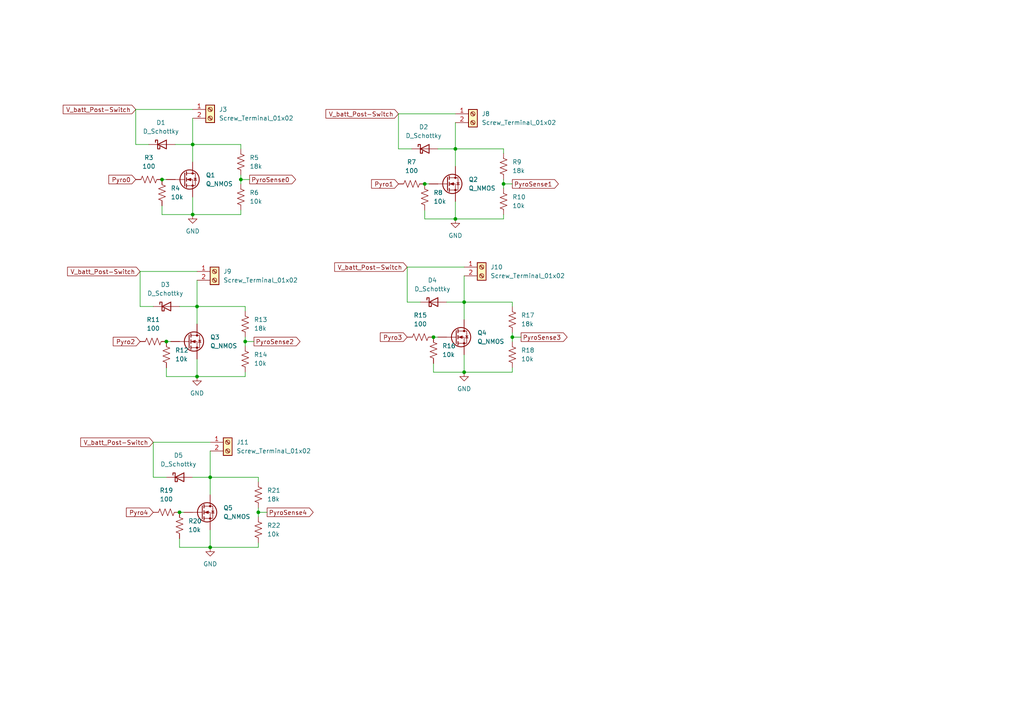
<source format=kicad_sch>
(kicad_sch (version 20250114) (generator "eeschema") (generator_version "9.0")
  (paper "A4")
  (lib_symbols
    (symbol "Connector:Screw_Terminal_01x02" (pin_names (offset 1.016) (hide yes))
      (property "Reference" "J" (at 0 2.54 0))
      (property "Value" "Screw_Terminal_01x02" (at 0 -5.08 0))
      (symbol "Screw_Terminal_01x02_1_1"
        (rectangle (start -1.27 1.27) (end 1.27 -3.81) (stroke (width 0.254)) (fill (type background)))
        (polyline (pts (xy -0.5334 0.3302) (xy 0.3302 -0.508)) (stroke (width 0.1524)))
        (polyline (pts (xy -0.5334 -2.2098) (xy 0.3302 -3.048)) (stroke (width 0.1524)))
        (polyline (pts (xy -0.3556 0.508) (xy 0.508 -0.3302)) (stroke (width 0.1524)))
        (polyline (pts (xy -0.3556 -2.032) (xy 0.508 -2.8702)) (stroke (width 0.1524)))
        (circle (center 0 0) (radius 0.635) (stroke (width 0.1524)))
        (circle (center 0 -2.54) (radius 0.635) (stroke (width 0.1524)))
        (pin passive line (at -5.08 0 0) (length 3.81) (name "Pin_1") (number "1"))
        (pin passive line (at -5.08 -2.54 0) (length 3.81) (name "Pin_2") (number "2"))
      )
    )
    (symbol "Device:D_Schottky" (pin_numbers (hide yes)) (pin_names (offset 1.016) (hide yes))
      (property "Reference" "D" (at 0 2.54 0))
      (property "Value" "D_Schottky" (at 0 -2.54 0))
      (symbol "D_Schottky_0_1"
        (polyline (pts (xy -1.905 0.635) (xy -1.905 1.27) (xy -1.27 1.27) (xy -1.27 -1.27) (xy -0.635 -1.27) (xy -0.635 -0.635)) (stroke (width 0.254)))
        (polyline (pts (xy 1.27 1.27) (xy 1.27 -1.27) (xy -1.27 0) (xy 1.27 1.27)) (stroke (width 0.254)))
        (polyline (pts (xy 1.27 0) (xy -1.27 0)))
      )
      (symbol "D_Schottky_1_1"
        (pin passive line (at -3.81 0 0) (length 2.54) (name "K") (number "1"))
        (pin passive line (at 3.81 0 180) (length 2.54) (name "A") (number "2"))
      )
    )
    (symbol "Device:Q_NMOS" (pin_numbers (hide yes)) (pin_names (offset 0) (hide yes))
      (property "Reference" "Q" (at 5.08 1.27 0))
      (property "Value" "Q_NMOS" (at 5.08 -1.27 0))
      (symbol "Q_NMOS_0_1"
        (polyline (pts (xy 0.254 1.905) (xy 0.254 -1.905)) (stroke (width 0.254)))
        (polyline (pts (xy 0.254 0) (xy -2.54 0)))
        (polyline (pts (xy 0.762 2.286) (xy 0.762 1.27)) (stroke (width 0.254)))
        (polyline (pts (xy 0.762 0.508) (xy 0.762 -0.508)) (stroke (width 0.254)))
        (polyline (pts (xy 0.762 -1.27) (xy 0.762 -2.286)) (stroke (width 0.254)))
        (polyline (pts (xy 0.762 -1.778) (xy 3.302 -1.778) (xy 3.302 1.778) (xy 0.762 1.778)))
        (polyline (pts (xy 1.016 0) (xy 2.032 0.381) (xy 2.032 -0.381) (xy 1.016 0)) (fill (type outline)))
        (circle (center 1.651 0) (radius 2.794) (stroke (width 0.254)))
        (polyline (pts (xy 2.54 2.54) (xy 2.54 1.778)))
        (circle (center 2.54 1.778) (radius 0.254) (fill (type outline)))
        (circle (center 2.54 -1.778) (radius 0.254) (fill (type outline)))
        (polyline (pts (xy 2.54 -2.54) (xy 2.54 0) (xy 0.762 0)))
        (polyline (pts (xy 2.921 0.381) (xy 3.683 0.381)))
        (polyline (pts (xy 3.302 0.381) (xy 2.921 -0.254) (xy 3.683 -0.254) (xy 3.302 0.381)))
      )
      (symbol "Q_NMOS_1_1"
        (pin input line (at -5.08 0 0) (length 2.54) (name "G") (number "G"))
        (pin passive line (at 2.54 5.08 270) (length 2.54) (name "D") (number "D"))
        (pin passive line (at 2.54 -5.08 90) (length 2.54) (name "S") (number "S"))
      )
    )
    (symbol "Device:R_US" (pin_numbers (hide yes)) (pin_names (offset 0))
      (property "Reference" "R" (at 2.54 0 90))
      (property "Value" "R_US" (at -2.54 0 90))
      (symbol "R_US_0_1"
        (polyline (pts (xy 0 2.286) (xy 0 2.54)))
        (polyline (pts (xy 0 2.286) (xy 1.016 1.905) (xy 0 1.524) (xy -1.016 1.143) (xy 0 0.762)))
        (polyline (pts (xy 0 0.762) (xy 1.016 0.381) (xy 0 0) (xy -1.016 -0.381) (xy 0 -0.762)))
        (polyline (pts (xy 0 -0.762) (xy 1.016 -1.143) (xy 0 -1.524) (xy -1.016 -1.905) (xy 0 -2.286)))
        (polyline (pts (xy 0 -2.286) (xy 0 -2.54)))
      )
      (symbol "R_US_1_1"
        (pin passive line (at 0 3.81 270) (length 1.27) (name "~") (number "1"))
        (pin passive line (at 0 -3.81 90) (length 1.27) (name "~") (number "2"))
      )
    )
    (symbol "power:GND" (power) (pin_numbers (hide yes)) (pin_names (offset 0) (hide yes))
      (property "Value" "GND" (at 0 -3.81 0))
      (symbol "GND_0_1"
        (polyline (pts (xy 0 0) (xy 0 -1.27) (xy 1.27 -1.27) (xy 0 -2.54) (xy -1.27 -1.27) (xy 0 -1.27)))
      )
      (symbol "GND_1_1"
        (pin power_in line (at 0 0 270) (length 0) (name "~") (number "1"))
      )
    )
  )
  (junction (at 71.12 99.06))
  (junction (at 52.07 148.59))
  (junction (at 123.19 53.34))
  (junction (at 55.88 41.91))
  (junction (at 134.62 87.63))
  (junction (at 134.62 107.95))
  (junction (at 57.15 88.9))
  (junction (at 60.96 138.43))
  (junction (at 57.15 109.22))
  (junction (at 60.96 158.75))
  (junction (at 148.59 97.79))
  (junction (at 48.26 99.06))
  (junction (at 46.99 52.07))
  (junction (at 132.08 63.5))
  (junction (at 55.88 62.23))
  (junction (at 69.85 52.07))
  (junction (at 132.08 43.18))
  (junction (at 146.05 53.34))
  (junction (at 125.73 97.79))
  (junction (at 74.93 148.59))
  (wire (pts (xy 52.07 88.9) (xy 57.15 88.9)))
  (wire (pts (xy 129.54 87.63) (xy 134.62 87.63)))
  (wire (pts (xy 39.37 31.75) (xy 39.37 41.91)))
  (wire (pts (xy 148.59 96.52) (xy 148.59 97.79)))
  (wire (pts (xy 69.85 50.8) (xy 69.85 52.07)))
  (wire (pts (xy 134.62 107.95) (xy 134.62 102.87)))
  (wire (pts (xy 115.57 33.02) (xy 115.57 43.18)))
  (wire (pts (xy 74.93 138.43) (xy 74.93 139.7)))
  (wire (pts (xy 57.15 109.22) (xy 71.12 109.22)))
  (wire (pts (xy 55.88 62.23) (xy 69.85 62.23)))
  (wire (pts (xy 69.85 41.91) (xy 69.85 43.18)))
  (wire (pts (xy 55.88 62.23) (xy 55.88 57.15)))
  (wire (pts (xy 148.59 97.79) (xy 151.13 97.79)))
  (wire (pts (xy 123.19 53.34) (xy 124.46 53.34)))
  (wire (pts (xy 132.08 43.18) (xy 146.05 43.18)))
  (wire (pts (xy 132.08 63.5) (xy 146.05 63.5)))
  (wire (pts (xy 46.99 52.07) (xy 48.26 52.07)))
  (wire (pts (xy 40.64 88.9) (xy 44.45 88.9)))
  (wire (pts (xy 52.07 148.59) (xy 53.34 148.59)))
  (wire (pts (xy 55.88 46.99) (xy 55.88 41.91)))
  (wire (pts (xy 55.88 138.43) (xy 60.96 138.43)))
  (wire (pts (xy 44.45 128.27) (xy 44.45 138.43)))
  (wire (pts (xy 52.07 156.21) (xy 52.07 158.75)))
  (wire (pts (xy 118.11 77.47) (xy 134.62 77.47)))
  (wire (pts (xy 118.11 77.47) (xy 118.11 87.63)))
  (wire (pts (xy 74.93 157.48) (xy 74.93 158.75)))
  (wire (pts (xy 146.05 53.34) (xy 146.05 54.61)))
  (wire (pts (xy 52.07 158.75) (xy 60.96 158.75)))
  (wire (pts (xy 115.57 33.02) (xy 132.08 33.02)))
  (wire (pts (xy 55.88 41.91) (xy 69.85 41.91)))
  (wire (pts (xy 40.64 78.74) (xy 40.64 88.9)))
  (wire (pts (xy 146.05 62.23) (xy 146.05 63.5)))
  (wire (pts (xy 57.15 88.9) (xy 71.12 88.9)))
  (wire (pts (xy 46.99 62.23) (xy 55.88 62.23)))
  (wire (pts (xy 60.96 158.75) (xy 74.93 158.75)))
  (wire (pts (xy 71.12 99.06) (xy 73.66 99.06)))
  (wire (pts (xy 48.26 109.22) (xy 57.15 109.22)))
  (wire (pts (xy 118.11 87.63) (xy 121.92 87.63)))
  (wire (pts (xy 57.15 93.98) (xy 57.15 88.9)))
  (wire (pts (xy 57.15 109.22) (xy 57.15 104.14)))
  (wire (pts (xy 39.37 41.91) (xy 43.18 41.91)))
  (wire (pts (xy 125.73 97.79) (xy 127 97.79)))
  (wire (pts (xy 132.08 35.56) (xy 132.08 43.18)))
  (wire (pts (xy 127 43.18) (xy 132.08 43.18)))
  (wire (pts (xy 71.12 99.06) (xy 71.12 100.33)))
  (wire (pts (xy 132.08 48.26) (xy 132.08 43.18)))
  (wire (pts (xy 71.12 107.95) (xy 71.12 109.22)))
  (wire (pts (xy 71.12 97.79) (xy 71.12 99.06)))
  (wire (pts (xy 55.88 34.29) (xy 55.88 41.91)))
  (wire (pts (xy 134.62 92.71) (xy 134.62 87.63)))
  (wire (pts (xy 57.15 81.28) (xy 57.15 88.9)))
  (wire (pts (xy 74.93 148.59) (xy 77.47 148.59)))
  (wire (pts (xy 134.62 80.01) (xy 134.62 87.63)))
  (wire (pts (xy 115.57 43.18) (xy 119.38 43.18)))
  (wire (pts (xy 69.85 52.07) (xy 72.39 52.07)))
  (wire (pts (xy 60.96 138.43) (xy 74.93 138.43)))
  (wire (pts (xy 71.12 88.9) (xy 71.12 90.17)))
  (wire (pts (xy 60.96 130.81) (xy 60.96 138.43)))
  (wire (pts (xy 44.45 128.27) (xy 60.96 128.27)))
  (wire (pts (xy 123.19 63.5) (xy 132.08 63.5)))
  (wire (pts (xy 44.45 138.43) (xy 48.26 138.43)))
  (wire (pts (xy 50.8 41.91) (xy 55.88 41.91)))
  (wire (pts (xy 69.85 52.07) (xy 69.85 53.34)))
  (wire (pts (xy 46.99 59.69) (xy 46.99 62.23)))
  (wire (pts (xy 39.37 31.75) (xy 55.88 31.75)))
  (wire (pts (xy 148.59 87.63) (xy 148.59 88.9)))
  (wire (pts (xy 60.96 158.75) (xy 60.96 153.67)))
  (wire (pts (xy 60.96 143.51) (xy 60.96 138.43)))
  (wire (pts (xy 125.73 105.41) (xy 125.73 107.95)))
  (wire (pts (xy 48.26 99.06) (xy 49.53 99.06)))
  (wire (pts (xy 74.93 147.32) (xy 74.93 148.59)))
  (wire (pts (xy 40.64 78.74) (xy 57.15 78.74)))
  (wire (pts (xy 69.85 60.96) (xy 69.85 62.23)))
  (wire (pts (xy 146.05 53.34) (xy 148.59 53.34)))
  (wire (pts (xy 148.59 97.79) (xy 148.59 99.06)))
  (wire (pts (xy 132.08 63.5) (xy 132.08 58.42)))
  (wire (pts (xy 146.05 43.18) (xy 146.05 44.45)))
  (wire (pts (xy 134.62 107.95) (xy 148.59 107.95)))
  (wire (pts (xy 146.05 52.07) (xy 146.05 53.34)))
  (wire (pts (xy 125.73 107.95) (xy 134.62 107.95)))
  (wire (pts (xy 74.93 148.59) (xy 74.93 149.86)))
  (wire (pts (xy 148.59 106.68) (xy 148.59 107.95)))
  (wire (pts (xy 48.26 106.68) (xy 48.26 109.22)))
  (wire (pts (xy 134.62 87.63) (xy 148.59 87.63)))
  (wire (pts (xy 123.19 60.96) (xy 123.19 63.5)))
  (global_label "PyroSense0" (shape output) (at 72.39 52.07 0) (property "Intersheetrefs" "${INTERSHEET_REFS}" (effects (hide yes))))
  (global_label "Pyro0" (shape input) (at 39.37 52.07 180) (property "Intersheetrefs" "${INTERSHEET_REFS}" (effects (hide yes))))
  (global_label "V_batt_Post-Switch" (shape input) (at 40.64 78.74 180) (property "Intersheetrefs" "${INTERSHEET_REFS}" (effects (hide yes))))
  (global_label "Pyro3" (shape input) (at 118.11 97.79 180) (property "Intersheetrefs" "${INTERSHEET_REFS}" (effects (hide yes))))
  (global_label "V_batt_Post-Switch" (shape input) (at 115.57 33.02 180) (property "Intersheetrefs" "${INTERSHEET_REFS}" (effects (hide yes))))
  (global_label "V_batt_Post-Switch" (shape input) (at 118.11 77.47 180) (property "Intersheetrefs" "${INTERSHEET_REFS}" (effects (hide yes))))
  (global_label "V_batt_Post-Switch" (shape input) (at 44.45 128.27 180) (property "Intersheetrefs" "${INTERSHEET_REFS}" (effects (hide yes))))
  (global_label "PyroSense3" (shape output) (at 151.13 97.79 0) (property "Intersheetrefs" "${INTERSHEET_REFS}" (effects (hide yes))))
  (global_label "Pyro1" (shape input) (at 115.57 53.34 180) (property "Intersheetrefs" "${INTERSHEET_REFS}" (effects (hide yes))))
  (global_label "PyroSense4" (shape output) (at 77.47 148.59 0) (property "Intersheetrefs" "${INTERSHEET_REFS}" (effects (hide yes))))
  (global_label "Pyro2" (shape input) (at 40.64 99.06 180) (property "Intersheetrefs" "${INTERSHEET_REFS}" (effects (hide yes))))
  (global_label "PyroSense1" (shape output) (at 148.59 53.34 0) (property "Intersheetrefs" "${INTERSHEET_REFS}" (effects (hide yes))))
  (global_label "Pyro4" (shape input) (at 44.45 148.59 180) (property "Intersheetrefs" "${INTERSHEET_REFS}" (effects (hide yes))))
  (global_label "V_batt_Post-Switch" (shape input) (at 39.37 31.75 180) (property "Intersheetrefs" "${INTERSHEET_REFS}" (effects (hide yes))))
  (global_label "PyroSense2" (shape output) (at 73.66 99.06 0) (property "Intersheetrefs" "${INTERSHEET_REFS}" (effects (hide yes))))
  (symbol (lib_id "Device:Q_NMOS") (at 54.61 99.06 0) (unit 1)
    (property "Reference" "Q3" (at 60.96 97.7899 0) (effects (justify left)))
    (property "Value" "Q_NMOS" (at 60.96 100.3299 0) (effects (justify left)))
    (property "Footprint" "Package_TO_SOT_SMD:SOT-23-3" (effects (hide yes)))
    (property "Description" "N-MOSFET transistor" (effects (hide yes)))
  )
  (symbol (lib_id "power:GND") (at 55.88 62.23 0) (unit 1)
    (property "Reference" "#PWR05" (effects (hide yes)))
    (property "Value" "GND" (at 55.88 67.056 0))
    (property "Description" "Power symbol creates a global label with name \"GND\" , ground" (effects (hide yes)))
  )
  (symbol (lib_id "Connector:Screw_Terminal_01x02") (at 66.04 128.27 0) (unit 1)
    (property "Reference" "J11" (at 68.58 128.2699 0) (effects (justify left)))
    (property "Value" "Screw_Terminal_01x02" (at 68.58 130.8099 0) (effects (justify left)))
    (property "Footprint" "TerminalBlock_Phoenix:TerminalBlock_Phoenix_MKDS-1,5-2-5.08_1x02_P5.08mm_Horizontal" (effects (hide yes)))
    (property "Description" "Generic screw terminal, single row, 01x02, script generated (kicad-library-utils/schlib/autogen/connector/)" (effects (hide yes)))
  )
  (symbol (lib_id "Device:R_US") (at 74.93 153.67 0) (unit 1)
    (property "Reference" "R22" (at 77.47 152.3999 0) (effects (justify left)))
    (property "Value" "10k" (at 77.47 154.9399 0) (effects (justify left)))
    (property "Description" "Resistor, US symbol" (effects (hide yes)))
  )
  (symbol (lib_id "Device:D_Schottky") (at 46.99 41.91 0) (unit 1)
    (property "Reference" "D1" (at 46.6725 35.56 0))
    (property "Value" "D_Schottky" (at 46.6725 38.1 0))
    (property "Description" "Schottky diode" (effects (hide yes)))
  )
  (symbol (lib_id "power:GND") (at 134.62 107.95 0) (unit 1)
    (property "Reference" "#PWR010" (effects (hide yes)))
    (property "Value" "GND" (at 134.62 112.776 0))
    (property "Description" "Power symbol creates a global label with name \"GND\" , ground" (effects (hide yes)))
  )
  (symbol (lib_id "Device:R_US") (at 74.93 143.51 0) (unit 1)
    (property "Reference" "R21" (at 77.47 142.2399 0) (effects (justify left)))
    (property "Value" "18k" (at 77.47 144.7799 0) (effects (justify left)))
    (property "Description" "Resistor, US symbol" (effects (hide yes)))
  )
  (symbol (lib_id "Device:R_US") (at 123.19 57.15 0) (unit 1)
    (property "Reference" "R8" (at 125.73 55.8799 0) (effects (justify left)))
    (property "Value" "10k" (at 125.73 58.4199 0) (effects (justify left)))
    (property "Description" "Resistor, US symbol" (effects (hide yes)))
  )
  (symbol (lib_id "power:GND") (at 132.08 63.5 0) (unit 1)
    (property "Reference" "#PWR08" (effects (hide yes)))
    (property "Value" "GND" (at 132.08 68.326 0))
    (property "Description" "Power symbol creates a global label with name \"GND\" , ground" (effects (hide yes)))
  )
  (symbol (lib_id "Device:Q_NMOS") (at 132.08 97.79 0) (unit 1)
    (property "Reference" "Q4" (at 138.43 96.5199 0) (effects (justify left)))
    (property "Value" "Q_NMOS" (at 138.43 99.0599 0) (effects (justify left)))
    (property "Footprint" "Package_TO_SOT_SMD:SOT-23-3" (effects (hide yes)))
    (property "Description" "N-MOSFET transistor" (effects (hide yes)))
  )
  (symbol (lib_id "Connector:Screw_Terminal_01x02") (at 139.7 77.47 0) (unit 1)
    (property "Reference" "J10" (at 142.24 77.4699 0) (effects (justify left)))
    (property "Value" "Screw_Terminal_01x02" (at 142.24 80.0099 0) (effects (justify left)))
    (property "Footprint" "TerminalBlock_Phoenix:TerminalBlock_Phoenix_MKDS-1,5-2-5.08_1x02_P5.08mm_Horizontal" (effects (hide yes)))
    (property "Description" "Generic screw terminal, single row, 01x02, script generated (kicad-library-utils/schlib/autogen/connector/)" (effects (hide yes)))
  )
  (symbol (lib_id "Device:D_Schottky") (at 52.07 138.43 0) (unit 1)
    (property "Reference" "D5" (at 51.7525 132.08 0))
    (property "Value" "D_Schottky" (at 51.7525 134.62 0))
    (property "Description" "Schottky diode" (effects (hide yes)))
  )
  (symbol (lib_id "Device:R_US") (at 121.92 97.79 90) (unit 1)
    (property "Reference" "R15" (at 121.92 91.44 90))
    (property "Value" "100" (at 121.92 93.98 90))
    (property "Description" "Resistor, US symbol" (effects (hide yes)))
  )
  (symbol (lib_id "Device:R_US") (at 48.26 102.87 0) (unit 1)
    (property "Reference" "R12" (at 50.8 101.5999 0) (effects (justify left)))
    (property "Value" "10k" (at 50.8 104.1399 0) (effects (justify left)))
    (property "Description" "Resistor, US symbol" (effects (hide yes)))
  )
  (symbol (lib_id "Device:R_US") (at 71.12 93.98 0) (unit 1)
    (property "Reference" "R13" (at 73.66 92.7099 0) (effects (justify left)))
    (property "Value" "18k" (at 73.66 95.2499 0) (effects (justify left)))
    (property "Description" "Resistor, US symbol" (effects (hide yes)))
  )
  (symbol (lib_id "Device:D_Schottky") (at 123.19 43.18 0) (unit 1)
    (property "Reference" "D2" (at 122.8725 36.83 0))
    (property "Value" "D_Schottky" (at 122.8725 39.37 0))
    (property "Description" "Schottky diode" (effects (hide yes)))
  )
  (symbol (lib_id "Device:R_US") (at 148.59 92.71 0) (unit 1)
    (property "Reference" "R17" (at 151.13 91.4399 0) (effects (justify left)))
    (property "Value" "18k" (at 151.13 93.9799 0) (effects (justify left)))
    (property "Description" "Resistor, US symbol" (effects (hide yes)))
  )
  (symbol (lib_id "Device:R_US") (at 146.05 58.42 0) (unit 1)
    (property "Reference" "R10" (at 148.59 57.1499 0) (effects (justify left)))
    (property "Value" "10k" (at 148.59 59.6899 0) (effects (justify left)))
    (property "Description" "Resistor, US symbol" (effects (hide yes)))
  )
  (symbol (lib_id "Device:R_US") (at 43.18 52.07 90) (unit 1)
    (property "Reference" "R3" (at 43.18 45.72 90))
    (property "Value" "100" (at 43.18 48.26 90))
    (property "Description" "Resistor, US symbol" (effects (hide yes)))
  )
  (symbol (lib_id "Device:R_US") (at 119.38 53.34 90) (unit 1)
    (property "Reference" "R7" (at 119.38 46.99 90))
    (property "Value" "100" (at 119.38 49.53 90))
    (property "Description" "Resistor, US symbol" (effects (hide yes)))
  )
  (symbol (lib_id "Device:R_US") (at 44.45 99.06 90) (unit 1)
    (property "Reference" "R11" (at 44.45 92.71 90))
    (property "Value" "100" (at 44.45 95.25 90))
    (property "Description" "Resistor, US symbol" (effects (hide yes)))
  )
  (symbol (lib_id "Device:R_US") (at 69.85 57.15 0) (unit 1)
    (property "Reference" "R6" (at 72.39 55.8799 0) (effects (justify left)))
    (property "Value" "10k" (at 72.39 58.4199 0) (effects (justify left)))
    (property "Description" "Resistor, US symbol" (effects (hide yes)))
  )
  (symbol (lib_id "Connector:Screw_Terminal_01x02") (at 137.16 33.02 0) (unit 1)
    (property "Reference" "J8" (at 139.7 33.0199 0) (effects (justify left)))
    (property "Value" "Screw_Terminal_01x02" (at 139.7 35.5599 0) (effects (justify left)))
    (property "Footprint" "TerminalBlock_Phoenix:TerminalBlock_Phoenix_MKDS-1,5-2-5.08_1x02_P5.08mm_Horizontal" (effects (hide yes)))
    (property "Description" "Generic screw terminal, single row, 01x02, script generated (kicad-library-utils/schlib/autogen/connector/)" (effects (hide yes)))
  )
  (symbol (lib_id "Device:R_US") (at 146.05 48.26 0) (unit 1)
    (property "Reference" "R9" (at 148.59 46.9899 0) (effects (justify left)))
    (property "Value" "18k" (at 148.59 49.5299 0) (effects (justify left)))
    (property "Description" "Resistor, US symbol" (effects (hide yes)))
  )
  (symbol (lib_id "Device:R_US") (at 71.12 104.14 0) (unit 1)
    (property "Reference" "R14" (at 73.66 102.8699 0) (effects (justify left)))
    (property "Value" "10k" (at 73.66 105.4099 0) (effects (justify left)))
    (property "Description" "Resistor, US symbol" (effects (hide yes)))
  )
  (symbol (lib_id "power:GND") (at 60.96 158.75 0) (unit 1)
    (property "Reference" "#PWR011" (effects (hide yes)))
    (property "Value" "GND" (at 60.96 163.576 0))
    (property "Description" "Power symbol creates a global label with name \"GND\" , ground" (effects (hide yes)))
  )
  (symbol (lib_id "Device:R_US") (at 48.26 148.59 90) (unit 1)
    (property "Reference" "R19" (at 48.26 142.24 90))
    (property "Value" "100" (at 48.26 144.78 90))
    (property "Description" "Resistor, US symbol" (effects (hide yes)))
  )
  (symbol (lib_id "Device:R_US") (at 125.73 101.6 0) (unit 1)
    (property "Reference" "R16" (at 128.27 100.3299 0) (effects (justify left)))
    (property "Value" "10k" (at 128.27 102.8699 0) (effects (justify left)))
    (property "Description" "Resistor, US symbol" (effects (hide yes)))
  )
  (symbol (lib_id "Device:D_Schottky") (at 125.73 87.63 0) (unit 1)
    (property "Reference" "D4" (at 125.4125 81.28 0))
    (property "Value" "D_Schottky" (at 125.4125 83.82 0))
    (property "Description" "Schottky diode" (effects (hide yes)))
  )
  (symbol (lib_id "Device:R_US") (at 52.07 152.4 0) (unit 1)
    (property "Reference" "R20" (at 54.61 151.1299 0) (effects (justify left)))
    (property "Value" "10k" (at 54.61 153.6699 0) (effects (justify left)))
    (property "Description" "Resistor, US symbol" (effects (hide yes)))
  )
  (symbol (lib_id "power:GND") (at 57.15 109.22 0) (unit 1)
    (property "Reference" "#PWR09" (effects (hide yes)))
    (property "Value" "GND" (at 57.15 114.046 0))
    (property "Description" "Power symbol creates a global label with name \"GND\" , ground" (effects (hide yes)))
  )
  (symbol (lib_id "Device:R_US") (at 69.85 46.99 0) (unit 1)
    (property "Reference" "R5" (at 72.39 45.7199 0) (effects (justify left)))
    (property "Value" "18k" (at 72.39 48.2599 0) (effects (justify left)))
    (property "Description" "Resistor, US symbol" (effects (hide yes)))
  )
  (symbol (lib_id "Device:R_US") (at 46.99 55.88 0) (unit 1)
    (property "Reference" "R4" (at 49.53 54.6099 0) (effects (justify left)))
    (property "Value" "10k" (at 49.53 57.1499 0) (effects (justify left)))
    (property "Description" "Resistor, US symbol" (effects (hide yes)))
  )
  (symbol (lib_id "Device:R_US") (at 148.59 102.87 0) (unit 1)
    (property "Reference" "R18" (at 151.13 101.5999 0) (effects (justify left)))
    (property "Value" "10k" (at 151.13 104.1399 0) (effects (justify left)))
    (property "Description" "Resistor, US symbol" (effects (hide yes)))
  )
  (symbol (lib_id "Connector:Screw_Terminal_01x02") (at 62.23 78.74 0) (unit 1)
    (property "Reference" "J9" (at 64.77 78.7399 0) (effects (justify left)))
    (property "Value" "Screw_Terminal_01x02" (at 64.77 81.2799 0) (effects (justify left)))
    (property "Footprint" "TerminalBlock_Phoenix:TerminalBlock_Phoenix_MKDS-1,5-2-5.08_1x02_P5.08mm_Horizontal" (effects (hide yes)))
    (property "Description" "Generic screw terminal, single row, 01x02, script generated (kicad-library-utils/schlib/autogen/connector/)" (effects (hide yes)))
  )
  (symbol (lib_id "Device:Q_NMOS") (at 58.42 148.59 0) (unit 1)
    (property "Reference" "Q5" (at 64.77 147.3199 0) (effects (justify left)))
    (property "Value" "Q_NMOS" (at 64.77 149.8599 0) (effects (justify left)))
    (property "Footprint" "Package_TO_SOT_SMD:SOT-23-3" (effects (hide yes)))
    (property "Description" "N-MOSFET transistor" (effects (hide yes)))
  )
  (symbol (lib_id "Device:D_Schottky") (at 48.26 88.9 0) (unit 1)
    (property "Reference" "D3" (at 47.9425 82.55 0))
    (property "Value" "D_Schottky" (at 47.9425 85.09 0))
    (property "Description" "Schottky diode" (effects (hide yes)))
  )
  (symbol (lib_id "Connector:Screw_Terminal_01x02") (at 60.96 31.75 0) (unit 1)
    (property "Reference" "J3" (at 63.5 31.7499 0) (effects (justify left)))
    (property "Value" "Screw_Terminal_01x02" (at 63.5 34.2899 0) (effects (justify left)))
    (property "Footprint" "TerminalBlock_Phoenix:TerminalBlock_Phoenix_MKDS-1,5-2-5.08_1x02_P5.08mm_Horizontal" (effects (hide yes)))
    (property "Description" "Generic screw terminal, single row, 01x02, script generated (kicad-library-utils/schlib/autogen/connector/)" (effects (hide yes)))
  )
  (symbol (lib_id "Device:Q_NMOS") (at 129.54 53.34 0) (unit 1)
    (property "Reference" "Q2" (at 135.89 52.0699 0) (effects (justify left)))
    (property "Value" "Q_NMOS" (at 135.89 54.6099 0) (effects (justify left)))
    (property "Footprint" "Package_TO_SOT_SMD:SOT-23-3" (effects (hide yes)))
    (property "Description" "N-MOSFET transistor" (effects (hide yes)))
  )
  (symbol (lib_id "Device:Q_NMOS") (at 53.34 52.07 0) (unit 1)
    (property "Reference" "Q1" (at 59.69 50.7999 0) (effects (justify left)))
    (property "Value" "Q_NMOS" (at 59.69 53.3399 0) (effects (justify left)))
    (property "Footprint" "Package_TO_SOT_SMD:SOT-23-3" (effects (hide yes)))
    (property "Description" "N-MOSFET transistor" (effects (hide yes)))
  )
)
</source>
